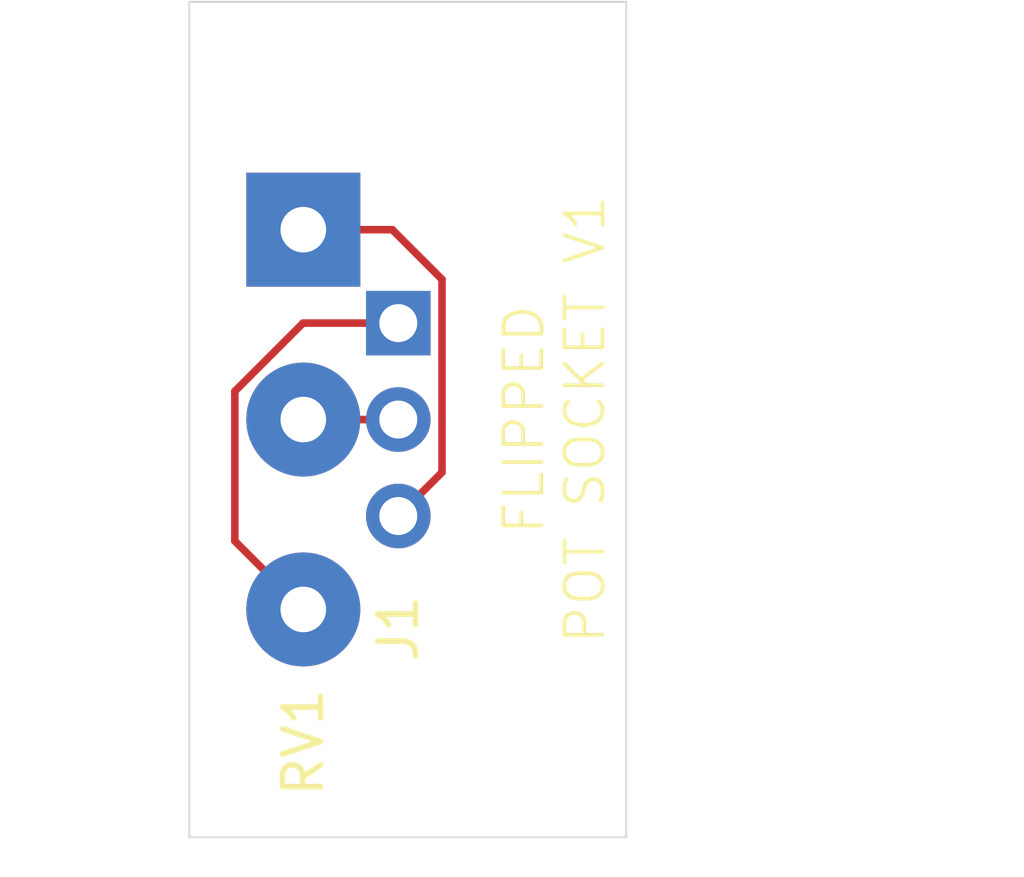
<source format=kicad_pcb>
(kicad_pcb (version 20241229) (generator "pcbnew") (generator_version "9.0")
  (layers (0 "F.Cu" signal) (2 "B.Cu" signal) (13 "F.Paste" user) (15 "B.Paste" user) (5 "F.SilkS" user "F.Silkscreen") (7 "B.SilkS" user "B.Silkscreen") (1 "F.Mask" user) (3 "B.Mask" user) (25 "Edge.Cuts" user))
  (net 0 "")
  (net 1 "Net-(J1-Pin_3)")
  (net 2 "Net-(J1-Pin_2)")
  (net 3 "Net-(J1-Pin_1)")
  (footprint "Potentiometer_THT:Potentiometer_Alps_RK163_Single_Horizontal" (layer "F.Cu") (at 147.5 95)
    (property "Reference" "RV1" (at 0 13.5 270) (layer "F.SilkS"))
    (property "Value" "R_Potentiometer_US")
    (pad "1" thru_hole rect (at 0 0 180) (size 3 3) (drill 1.2) (layers "*.Cu" "*.Mask") (net 1 "Net-(J1-Pin_3)"))
    (pad "2" thru_hole circle (at 0 5 180) (size 3 3) (drill 1.2) (layers "*.Cu" "*.Mask") (net 2 "Net-(J1-Pin_2)"))
    (pad "3" thru_hole circle (at 0 10 180) (size 3 3) (drill 1.2) (layers "*.Cu" "*.Mask") (net 3 "Net-(J1-Pin_1)"))
  )
  (footprint "MountingHole:MountingHole_3.2mm_M3_ISO14580" (layer "F.Cu") (at 153 107.5)
    (property "Reference" "REF**" (hide yes))
    (property "Value" "MountingHole_3.2mm_M3_ISO14580")
    (pad "" np_thru_hole circle (at 0 0) (size 3.2 3.2) (drill 3.2) (layers "*.Cu" "*.Mask"))
  )
  (footprint "Connector_PinHeader_2.54mm:PinHeader_1x03_P2.54mm_Vertical" (layer "F.Cu") (at 150 97.46)
    (property "Reference" "J1" (at 0 8.04 90) (layer "F.SilkS"))
    (property "Value" "Conn_01x03")
    (pad "1" thru_hole rect (at 0 0) (size 1.7 1.7) (drill 1) (layers "*.Cu" "*.Mask") (net 3 "Net-(J1-Pin_1)"))
    (pad "2" thru_hole circle (at 0 2.54) (size 1.7 1.7) (drill 1) (layers "*.Cu" "*.Mask") (net 2 "Net-(J1-Pin_2)"))
    (pad "3" thru_hole circle (at 0 5.08) (size 1.7 1.7) (drill 1) (layers "*.Cu" "*.Mask") (net 1 "Net-(J1-Pin_3)"))
  )
  (footprint "MountingHole:MountingHole_3.2mm_M3_ISO14580" (layer "F.Cu") (at 153 92.5)
    (property "Reference" "REF**" (hide yes))
    (property "Value" "MountingHole_3.2mm_M3_ISO14580")
    (pad "" np_thru_hole circle (at 0 0) (size 3.2 3.2) (drill 3.2) (layers "*.Cu" "*.Mask"))
  )
  (gr_rect (start 144.5 89) (end 156 111) (stroke (width 0.05)) (fill no) (layer "Edge.Cuts"))
  (gr_text "FLIPPED\nPOT SOCKET V1" (at 155.5 100 90) (layer "F.SilkS") (effects (font (size 1 1) (thickness 0.1)) (justify bottom)))
  (segment (start 149.842 95) (end 151.151 96.309) (width 0.2) (layer "F.Cu") (net 1))
  (segment (start 151.151 96.309) (end 151.151 101.389) (width 0.2) (layer "F.Cu") (net 1))
  (segment (start 151.151 101.389) (end 150 102.54) (width 0.2) (layer "F.Cu") (net 1))
  (segment (start 147.5 95) (end 149.842 95) (width 0.2) (layer "F.Cu") (net 1))
  (segment (start 150 100) (end 147.5 100) (width 0.2) (layer "F.Cu") (net 2))
  (segment (start 147.54 105) (end 147.5 105) (width 0.2) (layer "F.Cu") (net 3))
  (segment (start 147.493001 97.46) (end 150 97.46) (width 0.2) (layer "F.Cu") (net 3))
  (segment (start 145.699 103.199) (end 145.699 99.254001) (width 0.2) (layer "F.Cu") (net 3))
  (segment (start 145.699 99.254001) (end 147.493001 97.46) (width 0.2) (layer "F.Cu") (net 3))
  (segment (start 147.5 105) (end 145.699 103.199) (width 0.2) (layer "F.Cu") (net 3))
)
</source>
